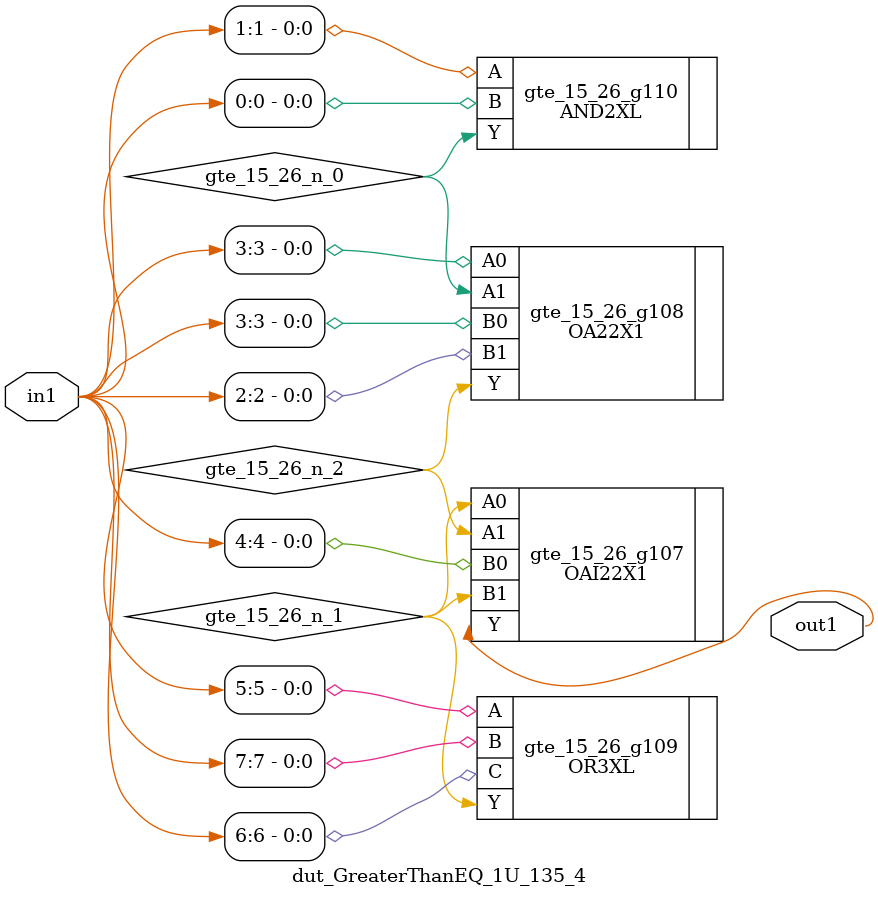
<source format=v>
`timescale 1ps / 1ps


module dut_GreaterThanEQ_1U_135_4(in1, out1);
  input [7:0] in1;
  output out1;
  wire [7:0] in1;
  wire out1;
  wire gte_15_26_n_0, gte_15_26_n_1, gte_15_26_n_2;
  OAI22X1 gte_15_26_g107(.A0 (gte_15_26_n_1), .A1 (gte_15_26_n_2), .B0
       (in1[4]), .B1 (gte_15_26_n_1), .Y (out1));
  OA22X1 gte_15_26_g108(.A0 (in1[3]), .A1 (gte_15_26_n_0), .B0
       (in1[3]), .B1 (in1[2]), .Y (gte_15_26_n_2));
  OR3XL gte_15_26_g109(.A (in1[5]), .B (in1[7]), .C (in1[6]), .Y
       (gte_15_26_n_1));
  AND2XL gte_15_26_g110(.A (in1[1]), .B (in1[0]), .Y (gte_15_26_n_0));
endmodule



</source>
